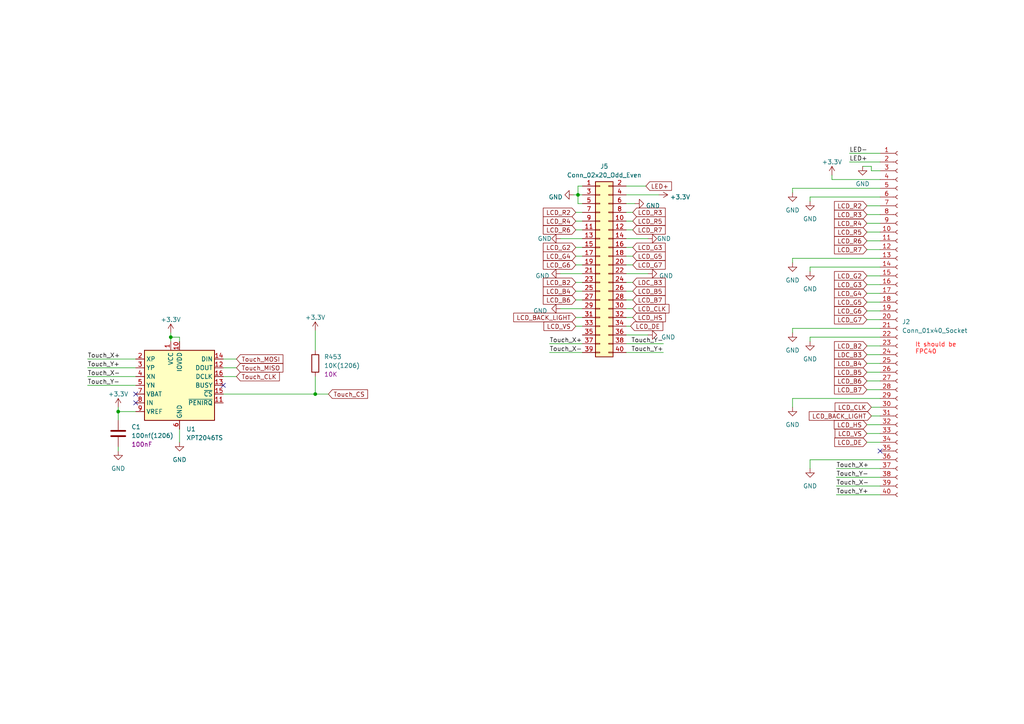
<source format=kicad_sch>
(kicad_sch (version 20230121) (generator eeschema)
  (paper "A4")
  (lib_symbols
    (symbol "Connector:Conn_01x40_Socket" (pin_names (offset 1.016) hide)
      (property "Reference" "J" (at 0 50.8 0))
      (property "Value" "Conn_01x40_Socket" (at 0 -53.34 0))
      (symbol "Conn_01x40_Socket_1_1"
        (arc (start 0 -50.292) (mid -0.5058 -50.8) (end 0 -51.308) (stroke (width 0.1524)))
        (arc (start 0 -47.752) (mid -0.5058 -48.26) (end 0 -48.768) (stroke (width 0.1524)))
        (arc (start 0 -45.212) (mid -0.5058 -45.72) (end 0 -46.228) (stroke (width 0.1524)))
        (arc (start 0 -42.672) (mid -0.5058 -43.18) (end 0 -43.688) (stroke (width 0.1524)))
        (arc (start 0 -40.132) (mid -0.5058 -40.64) (end 0 -41.148) (stroke (width 0.1524)))
        (arc (start 0 -37.592) (mid -0.5058 -38.1) (end 0 -38.608) (stroke (width 0.1524)))
        (arc (start 0 -35.052) (mid -0.5058 -35.56) (end 0 -36.068) (stroke (width 0.1524)))
        (arc (start 0 -32.512) (mid -0.5058 -33.02) (end 0 -33.528) (stroke (width 0.1524)))
        (arc (start 0 -29.972) (mid -0.5058 -30.48) (end 0 -30.988) (stroke (width 0.1524)))
        (arc (start 0 -27.432) (mid -0.5058 -27.94) (end 0 -28.448) (stroke (width 0.1524)))
        (arc (start 0 -24.892) (mid -0.5058 -25.4) (end 0 -25.908) (stroke (width 0.1524)))
        (arc (start 0 -22.352) (mid -0.5058 -22.86) (end 0 -23.368) (stroke (width 0.1524)))
        (arc (start 0 -19.812) (mid -0.5058 -20.32) (end 0 -20.828) (stroke (width 0.1524)))
        (arc (start 0 -17.272) (mid -0.5058 -17.78) (end 0 -18.288) (stroke (width 0.1524)))
        (arc (start 0 -14.732) (mid -0.5058 -15.24) (end 0 -15.748) (stroke (width 0.1524)))
        (arc (start 0 -12.192) (mid -0.5058 -12.7) (end 0 -13.208) (stroke (width 0.1524)))
        (arc (start 0 -9.652) (mid -0.5058 -10.16) (end 0 -10.668) (stroke (width 0.1524)))
        (arc (start 0 -7.112) (mid -0.5058 -7.62) (end 0 -8.128) (stroke (width 0.1524)))
        (arc (start 0 -4.572) (mid -0.5058 -5.08) (end 0 -5.588) (stroke (width 0.1524)))
        (arc (start 0 -2.032) (mid -0.5058 -2.54) (end 0 -3.048) (stroke (width 0.1524)))
        (polyline (pts (xy -1.27 -50.8) (xy -0.508 -50.8)) (stroke (width 0.1524)))
        (polyline (pts (xy -1.27 -48.26) (xy -0.508 -48.26)) (stroke (width 0.1524)))
        (polyline (pts (xy -1.27 -45.72) (xy -0.508 -45.72)) (stroke (width 0.1524)))
        (polyline (pts (xy -1.27 -43.18) (xy -0.508 -43.18)) (stroke (width 0.1524)))
        (polyline (pts (xy -1.27 -40.64) (xy -0.508 -40.64)) (stroke (width 0.1524)))
        (polyline (pts (xy -1.27 -38.1) (xy -0.508 -38.1)) (stroke (width 0.1524)))
        (polyline (pts (xy -1.27 -35.56) (xy -0.508 -35.56)) (stroke (width 0.1524)))
        (polyline (pts (xy -1.27 -33.02) (xy -0.508 -33.02)) (stroke (width 0.1524)))
        (polyline (pts (xy -1.27 -30.48) (xy -0.508 -30.48)) (stroke (width 0.1524)))
        (polyline (pts (xy -1.27 -27.94) (xy -0.508 -27.94)) (stroke (width 0.1524)))
        (polyline (pts (xy -1.27 -25.4) (xy -0.508 -25.4)) (stroke (width 0.1524)))
        (polyline (pts (xy -1.27 -22.86) (xy -0.508 -22.86)) (stroke (width 0.1524)))
        (polyline (pts (xy -1.27 -20.32) (xy -0.508 -20.32)) (stroke (width 0.1524)))
        (polyline (pts (xy -1.27 -17.78) (xy -0.508 -17.78)) (stroke (width 0.1524)))
        (polyline (pts (xy -1.27 -15.24) (xy -0.508 -15.24)) (stroke (width 0.1524)))
        (polyline (pts (xy -1.27 -12.7) (xy -0.508 -12.7)) (stroke (width 0.1524)))
        (polyline (pts (xy -1.27 -10.16) (xy -0.508 -10.16)) (stroke (width 0.1524)))
        (polyline (pts (xy -1.27 -7.62) (xy -0.508 -7.62)) (stroke (width 0.1524)))
        (polyline (pts (xy -1.27 -5.08) (xy -0.508 -5.08)) (stroke (width 0.1524)))
        (polyline (pts (xy -1.27 -2.54) (xy -0.508 -2.54)) (stroke (width 0.1524)))
        (polyline (pts (xy -1.27 0) (xy -0.508 0)) (stroke (width 0.1524)))
        (polyline (pts (xy -1.27 2.54) (xy -0.508 2.54)) (stroke (width 0.1524)))
        (polyline (pts (xy -1.27 5.08) (xy -0.508 5.08)) (stroke (width 0.1524)))
        (polyline (pts (xy -1.27 7.62) (xy -0.508 7.62)) (stroke (width 0.1524)))
        (polyline (pts (xy -1.27 10.16) (xy -0.508 10.16)) (stroke (width 0.1524)))
        (polyline (pts (xy -1.27 12.7) (xy -0.508 12.7)) (stroke (width 0.1524)))
        (polyline (pts (xy -1.27 15.24) (xy -0.508 15.24)) (stroke (width 0.1524)))
        (polyline (pts (xy -1.27 17.78) (xy -0.508 17.78)) (stroke (width 0.1524)))
        (polyline (pts (xy -1.27 20.32) (xy -0.508 20.32)) (stroke (width 0.1524)))
        (polyline (pts (xy -1.27 22.86) (xy -0.508 22.86)) (stroke (width 0.1524)))
        (polyline (pts (xy -1.27 25.4) (xy -0.508 25.4)) (stroke (width 0.1524)))
        (polyline (pts (xy -1.27 27.94) (xy -0.508 27.94)) (stroke (width 0.1524)))
        (polyline (pts (xy -1.27 30.48) (xy -0.508 30.48)) (stroke (width 0.1524)))
        (polyline (pts (xy -1.27 33.02) (xy -0.508 33.02)) (stroke (width 0.1524)))
        (polyline (pts (xy -1.27 35.56) (xy -0.508 35.56)) (stroke (width 0.1524)))
        (polyline (pts (xy -1.27 38.1) (xy -0.508 38.1)) (stroke (width 0.1524)))
        (polyline (pts (xy -1.27 40.64) (xy -0.508 40.64)) (stroke (width 0.1524)))
        (polyline (pts (xy -1.27 43.18) (xy -0.508 43.18)) (stroke (width 0.1524)))
        (polyline (pts (xy -1.27 45.72) (xy -0.508 45.72)) (stroke (width 0.1524)))
        (polyline (pts (xy -1.27 48.26) (xy -0.508 48.26)) (stroke (width 0.1524)))
        (arc (start 0 0.508) (mid -0.5058 0) (end 0 -0.508) (stroke (width 0.1524)))
        (arc (start 0 3.048) (mid -0.5058 2.54) (end 0 2.032) (stroke (width 0.1524)))
        (arc (start 0 5.588) (mid -0.5058 5.08) (end 0 4.572) (stroke (width 0.1524)))
        (arc (start 0 8.128) (mid -0.5058 7.62) (end 0 7.112) (stroke (width 0.1524)))
        (arc (start 0 10.668) (mid -0.5058 10.16) (end 0 9.652) (stroke (width 0.1524)))
        (arc (start 0 13.208) (mid -0.5058 12.7) (end 0 12.192) (stroke (width 0.1524)))
        (arc (start 0 15.748) (mid -0.5058 15.24) (end 0 14.732) (stroke (width 0.1524)))
        (arc (start 0 18.288) (mid -0.5058 17.78) (end 0 17.272) (stroke (width 0.1524)))
        (arc (start 0 20.828) (mid -0.5058 20.32) (end 0 19.812) (stroke (width 0.1524)))
        (arc (start 0 23.368) (mid -0.5058 22.86) (end 0 22.352) (stroke (width 0.1524)))
        (arc (start 0 25.908) (mid -0.5058 25.4) (end 0 24.892) (stroke (width 0.1524)))
        (arc (start 0 28.448) (mid -0.5058 27.94) (end 0 27.432) (stroke (width 0.1524)))
        (arc (start 0 30.988) (mid -0.5058 30.48) (end 0 29.972) (stroke (width 0.1524)))
        (arc (start 0 33.528) (mid -0.5058 33.02) (end 0 32.512) (stroke (width 0.1524)))
        (arc (start 0 36.068) (mid -0.5058 35.56) (end 0 35.052) (stroke (width 0.1524)))
        (arc (start 0 38.608) (mid -0.5058 38.1) (end 0 37.592) (stroke (width 0.1524)))
        (arc (start 0 41.148) (mid -0.5058 40.64) (end 0 40.132) (stroke (width 0.1524)))
        (arc (start 0 43.688) (mid -0.5058 43.18) (end 0 42.672) (stroke (width 0.1524)))
        (arc (start 0 46.228) (mid -0.5058 45.72) (end 0 45.212) (stroke (width 0.1524)))
        (arc (start 0 48.768) (mid -0.5058 48.26) (end 0 47.752) (stroke (width 0.1524)))
        (pin passive line (at -5.08 48.26 0) (length 3.81) (name "Pin_1") (number "1"))
        (pin passive line (at -5.08 25.4 0) (length 3.81) (name "Pin_10") (number "10"))
        (pin passive line (at -5.08 22.86 0) (length 3.81) (name "Pin_11") (number "11"))
        (pin passive line (at -5.08 20.32 0) (length 3.81) (name "Pin_12") (number "12"))
        (pin passive line (at -5.08 17.78 0) (length 3.81) (name "Pin_13") (number "13"))
        (pin passive line (at -5.08 15.24 0) (length 3.81) (name "Pin_14") (number "14"))
        (pin passive line (at -5.08 12.7 0) (length 3.81) (name "Pin_15") (number "15"))
        (pin passive line (at -5.08 10.16 0) (length 3.81) (name "Pin_16") (number "16"))
        (pin passive line (at -5.08 7.62 0) (length 3.81) (name "Pin_17") (number "17"))
        (pin passive line (at -5.08 5.08 0) (length 3.81) (name "Pin_18") (number "18"))
        (pin passive line (at -5.08 2.54 0) (length 3.81) (name "Pin_19") (number "19"))
        (pin passive line (at -5.08 45.72 0) (length 3.81) (name "Pin_2") (number "2"))
        (pin passive line (at -5.08 0 0) (length 3.81) (name "Pin_20") (number "20"))
        (pin passive line (at -5.08 -2.54 0) (length 3.81) (name "Pin_21") (number "21"))
        (pin passive line (at -5.08 -5.08 0) (length 3.81) (name "Pin_22") (number "22"))
        (pin passive line (at -5.08 -7.62 0) (length 3.81) (name "Pin_23") (number "23"))
        (pin passive line (at -5.08 -10.16 0) (length 3.81) (name "Pin_24") (number "24"))
        (pin passive line (at -5.08 -12.7 0) (length 3.81) (name "Pin_25") (number "25"))
        (pin passive line (at -5.08 -15.24 0) (length 3.81) (name "Pin_26") (number "26"))
        (pin passive line (at -5.08 -17.78 0) (length 3.81) (name "Pin_27") (number "27"))
        (pin passive line (at -5.08 -20.32 0) (length 3.81) (name "Pin_28") (number "28"))
        (pin passive line (at -5.08 -22.86 0) (length 3.81) (name "Pin_29") (number "29"))
        (pin passive line (at -5.08 43.18 0) (length 3.81) (name "Pin_3") (number "3"))
        (pin passive line (at -5.08 -25.4 0) (length 3.81) (name "Pin_30") (number "30"))
        (pin passive line (at -5.08 -27.94 0) (length 3.81) (name "Pin_31") (number "31"))
        (pin passive line (at -5.08 -30.48 0) (length 3.81) (name "Pin_32") (number "32"))
        (pin passive line (at -5.08 -33.02 0) (length 3.81) (name "Pin_33") (number "33"))
        (pin passive line (at -5.08 -35.56 0) (length 3.81) (name "Pin_34") (number "34"))
        (pin passive line (at -5.08 -38.1 0) (length 3.81) (name "Pin_35") (number "35"))
        (pin passive line (at -5.08 -40.64 0) (length 3.81) (name "Pin_36") (number "36"))
        (pin passive line (at -5.08 -43.18 0) (length 3.81) (name "Pin_37") (number "37"))
        (pin passive line (at -5.08 -45.72 0) (length 3.81) (name "Pin_38") (number "38"))
        (pin passive line (at -5.08 -48.26 0) (length 3.81) (name "Pin_39") (number "39"))
        (pin passive line (at -5.08 40.64 0) (length 3.81) (name "Pin_4") (number "4"))
        (pin passive line (at -5.08 -50.8 0) (length 3.81) (name "Pin_40") (number "40"))
        (pin passive line (at -5.08 38.1 0) (length 3.81) (name "Pin_5") (number "5"))
        (pin passive line (at -5.08 35.56 0) (length 3.81) (name "Pin_6") (number "6"))
        (pin passive line (at -5.08 33.02 0) (length 3.81) (name "Pin_7") (number "7"))
        (pin passive line (at -5.08 30.48 0) (length 3.81) (name "Pin_8") (number "8"))
        (pin passive line (at -5.08 27.94 0) (length 3.81) (name "Pin_9") (number "9"))
      )
    )
    (symbol "Connector_Generic:Conn_02x20_Odd_Even" (pin_names (offset 1.016) hide)
      (property "Reference" "J" (at 1.27 25.4 0))
      (property "Value" "Conn_02x20_Odd_Even" (at 1.27 -27.94 0))
      (symbol "Conn_02x20_Odd_Even_1_1"
        (rectangle (start -1.27 -25.273) (end 0 -25.527) (stroke (width 0.1524)))
        (rectangle (start -1.27 -22.733) (end 0 -22.987) (stroke (width 0.1524)))
        (rectangle (start -1.27 -20.193) (end 0 -20.447) (stroke (width 0.1524)))
        (rectangle (start -1.27 -17.653) (end 0 -17.907) (stroke (width 0.1524)))
        (rectangle (start -1.27 -15.113) (end 0 -15.367) (stroke (width 0.1524)))
        (rectangle (start -1.27 -12.573) (end 0 -12.827) (stroke (width 0.1524)))
        (rectangle (start -1.27 -10.033) (end 0 -10.287) (stroke (width 0.1524)))
        (rectangle (start -1.27 -7.493) (end 0 -7.747) (stroke (width 0.1524)))
        (rectangle (start -1.27 -4.953) (end 0 -5.207) (stroke (width 0.1524)))
        (rectangle (start -1.27 -2.413) (end 0 -2.667) (stroke (width 0.1524)))
        (rectangle (start -1.27 0.127) (end 0 -0.127) (stroke (width 0.1524)))
        (rectangle (start -1.27 2.667) (end 0 2.413) (stroke (width 0.1524)))
        (rectangle (start -1.27 5.207) (end 0 4.953) (stroke (width 0.1524)))
        (rectangle (start -1.27 7.747) (end 0 7.493) (stroke (width 0.1524)))
        (rectangle (start -1.27 10.287) (end 0 10.033) (stroke (width 0.1524)))
        (rectangle (start -1.27 12.827) (end 0 12.573) (stroke (width 0.1524)))
        (rectangle (start -1.27 15.367) (end 0 15.113) (stroke (width 0.1524)))
        (rectangle (start -1.27 17.907) (end 0 17.653) (stroke (width 0.1524)))
        (rectangle (start -1.27 20.447) (end 0 20.193) (stroke (width 0.1524)))
        (rectangle (start -1.27 22.987) (end 0 22.733) (stroke (width 0.1524)))
        (rectangle (start -1.27 24.13) (end 3.81 -26.67) (stroke (width 0.254)) (fill (type background)))
        (rectangle (start 3.81 -25.273) (end 2.54 -25.527) (stroke (width 0.1524)))
        (rectangle (start 3.81 -22.733) (end 2.54 -22.987) (stroke (width 0.1524)))
        (rectangle (start 3.81 -20.193) (end 2.54 -20.447) (stroke (width 0.1524)))
        (rectangle (start 3.81 -17.653) (end 2.54 -17.907) (stroke (width 0.1524)))
        (rectangle (start 3.81 -15.113) (end 2.54 -15.367) (stroke (width 0.1524)))
        (rectangle (start 3.81 -12.573) (end 2.54 -12.827) (stroke (width 0.1524)))
        (rectangle (start 3.81 -10.033) (end 2.54 -10.287) (stroke (width 0.1524)))
        (rectangle (start 3.81 -7.493) (end 2.54 -7.747) (stroke (width 0.1524)))
        (rectangle (start 3.81 -4.953) (end 2.54 -5.207) (stroke (width 0.1524)))
        (rectangle (start 3.81 -2.413) (end 2.54 -2.667) (stroke (width 0.1524)))
        (rectangle (start 3.81 0.127) (end 2.54 -0.127) (stroke (width 0.1524)))
        (rectangle (start 3.81 2.667) (end 2.54 2.413) (stroke (width 0.1524)))
        (rectangle (start 3.81 5.207) (end 2.54 4.953) (stroke (width 0.1524)))
        (rectangle (start 3.81 7.747) (end 2.54 7.493) (stroke (width 0.1524)))
        (rectangle (start 3.81 10.287) (end 2.54 10.033) (stroke (width 0.1524)))
        (rectangle (start 3.81 12.827) (end 2.54 12.573) (stroke (width 0.1524)))
        (rectangle (start 3.81 15.367) (end 2.54 15.113) (stroke (width 0.1524)))
        (rectangle (start 3.81 17.907) (end 2.54 17.653) (stroke (width 0.1524)))
        (rectangle (start 3.81 20.447) (end 2.54 20.193) (stroke (width 0.1524)))
        (rectangle (start 3.81 22.987) (end 2.54 22.733) (stroke (width 0.1524)))
        (pin passive line (at -5.08 22.86 0) (length 3.81) (name "Pin_1") (number "1"))
        (pin passive line (at 7.62 12.7 180) (length 3.81) (name "Pin_10") (number "10"))
        (pin passive line (at -5.08 10.16 0) (length 3.81) (name "Pin_11") (number "11"))
        (pin passive line (at 7.62 10.16 180) (length 3.81) (name "Pin_12") (number "12"))
        (pin passive line (at -5.08 7.62 0) (length 3.81) (name "Pin_13") (number "13"))
        (pin passive line (at 7.62 7.62 180) (length 3.81) (name "Pin_14") (number "14"))
        (pin passive line (at -5.08 5.08 0) (length 3.81) (name "Pin_15") (number "15"))
        (pin passive line (at 7.62 5.08 180) (length 3.81) (name "Pin_16") (number "16"))
        (pin passive line (at -5.08 2.54 0) (length 3.81) (name "Pin_17") (number "17"))
        (pin passive line (at 7.62 2.54 180) (length 3.81) (name "Pin_18") (number "18"))
        (pin passive line (at -5.08 0 0) (length 3.81) (name "Pin_19") (number "19"))
        (pin passive line (at 7.62 22.86 180) (length 3.81) (name "Pin_2") (number "2"))
        (pin passive line (at 7.62 0 180) (length 3.81) (name "Pin_20") (number "20"))
        (pin passive line (at -5.08 -2.54 0) (length 3.81) (name "Pin_21") (number "21"))
        (pin passive line (at 7.62 -2.54 180) (length 3.81) (name "Pin_22") (number "22"))
        (pin passive line (at -5.08 -5.08 0) (length 3.81) (name "Pin_23") (number "23"))
        (pin passive line (at 7.62 -5.08 180) (length 3.81) (name "Pin_24") (number "24"))
        (pin passive line (at -5.08 -7.62 0) (length 3.81) (name "Pin_25") (number "25"))
        (pin passive line (at 7.62 -7.62 180) (length 3.81) (name "Pin_26") (number "26"))
        (pin passive line (at -5.08 -10.16 0) (length 3.81) (name "Pin_27") (number "27"))
        (pin passive line (at 7.62 -10.16 180) (length 3.81) (name "Pin_28") (number "28"))
        (pin passive line (at -5.08 -12.7 0) (length 3.81) (name "Pin_29") (number "29"))
        (pin passive line (at -5.08 20.32 0) (length 3.81) (name "Pin_3") (number "3"))
        (pin passive line (at 7.62 -12.7 180) (length 3.81) (name "Pin_30") (number "30"))
        (pin passive line (at -5.08 -15.24 0) (length 3.81) (name "Pin_31") (number "31"))
        (pin passive line (at 7.62 -15.24 180) (length 3.81) (name "Pin_32") (number "32"))
        (pin passive line (at -5.08 -17.78 0) (length 3.81) (name "Pin_33") (number "33"))
        (pin passive line (at 7.62 -17.78 180) (length 3.81) (name "Pin_34") (number "34"))
        (pin passive line (at -5.08 -20.32 0) (length 3.81) (name "Pin_35") (number "35"))
        (pin passive line (at 7.62 -20.32 180) (length 3.81) (name "Pin_36") (number "36"))
        (pin passive line (at -5.08 -22.86 0) (length 3.81) (name "Pin_37") (number "37"))
        (pin passive line (at 7.62 -22.86 180) (length 3.81) (name "Pin_38") (number "38"))
        (pin passive line (at -5.08 -25.4 0) (length 3.81) (name "Pin_39") (number "39"))
        (pin passive line (at 7.62 20.32 180) (length 3.81) (name "Pin_4") (number "4"))
        (pin passive line (at 7.62 -25.4 180) (length 3.81) (name "Pin_40") (number "40"))
        (pin passive line (at -5.08 17.78 0) (length 3.81) (name "Pin_5") (number "5"))
        (pin passive line (at 7.62 17.78 180) (length 3.81) (name "Pin_6") (number "6"))
        (pin passive line (at -5.08 15.24 0) (length 3.81) (name "Pin_7") (number "7"))
        (pin passive line (at 7.62 15.24 180) (length 3.81) (name "Pin_8") (number "8"))
        (pin passive line (at -5.08 12.7 0) (length 3.81) (name "Pin_9") (number "9"))
      )
    )
    (symbol "MLC_K7:100nf(1206)" (pin_numbers hide) (pin_names (offset 0.254))
      (property "Reference" "C?" (at 0 0 0))
      (property "Value" "100nf(1206)" (at 0 0 0))
      (property "Main Value" "100nF" (at 0 0 0))
      (symbol "100nf(1206)_0_1"
        (polyline (pts (xy -2.032 -0.762) (xy 2.032 -0.762)) (stroke (width 0.508)))
        (polyline (pts (xy -2.032 0.762) (xy 2.032 0.762)) (stroke (width 0.508)))
      )
      (symbol "100nf(1206)_1_1"
        (pin passive line (at 0 3.81 270) (length 2.794) (name "~") (number "1"))
        (pin passive line (at 0 -3.81 90) (length 2.794) (name "~") (number "2"))
      )
    )
    (symbol "MLC_K7:10K(1206)" (pin_numbers hide) (pin_names (offset 0))
      (property "Reference" "R?" (at 0 0 0))
      (property "Value" "10K(1206)" (at 0 0 0))
      (property "Main Value" "10K" (at 0 0 0))
      (symbol "10K(1206)_0_1"
        (rectangle (start -1.016 -2.54) (end 1.016 2.54) (stroke (width 0.254)))
      )
      (symbol "10K(1206)_1_1"
        (pin passive line (at 0 3.81 270) (length 1.27) (name "~") (number "1"))
        (pin passive line (at 0 -3.81 90) (length 1.27) (name "~") (number "2"))
      )
    )
    (symbol "MLC_K7:XPT2046TS"
      (property "Reference" "U1" (at 1.9559 -12.7 0))
      (property "Value" "XPT2046TS" (at 1.9559 -15.24 0))
      (symbol "XPT2046TS_0_1"
        (rectangle (start -10.16 10.16) (end 10.16 -10.16) (stroke (width 0.254)) (fill (type background)))
      )
      (symbol "XPT2046TS_1_1"
        (pin power_in line (at -2.54 12.7 270) (length 2.54) (name "VCC") (number "1"))
        (pin power_in line (at 0 12.7 270) (length 2.54) (name "IOVDD") (number "10"))
        (pin open_collector line (at 12.7 -5.08 180) (length 2.54) (name "~{PENIRQ}") (number "11"))
        (pin output line (at 12.7 5.08 180) (length 2.54) (name "DOUT") (number "12"))
        (pin output line (at 12.7 0 180) (length 2.54) (name "BUSY") (number "13"))
        (pin input line (at 12.7 7.62 180) (length 2.54) (name "DIN") (number "14"))
        (pin input line (at 12.7 -2.54 180) (length 2.54) (name "~{CS}") (number "15"))
        (pin input line (at 12.7 2.54 180) (length 2.54) (name "DCLK") (number "16"))
        (pin input line (at -12.7 7.62 0) (length 2.54) (name "XP") (number "2"))
        (pin input line (at -12.7 5.08 0) (length 2.54) (name "YP") (number "3"))
        (pin input line (at -12.7 2.54 0) (length 2.54) (name "XN") (number "4"))
        (pin input line (at -12.7 0 0) (length 2.54) (name "YN") (number "5"))
        (pin power_in line (at 0 -12.7 90) (length 2.54) (name "GND") (number "6"))
        (pin power_in line (at -12.7 -2.54 0) (length 2.54) (name "VBAT") (number "7"))
        (pin input line (at -12.7 -5.08 0) (length 2.54) (name "IN") (number "8"))
        (pin bidirectional line (at -12.7 -7.62 0) (length 2.54) (name "VREF") (number "9"))
      )
    )
    (symbol "power:+3.3V" (power) (pin_names (offset 0))
      (property "Value" "+3.3V" (at 0 3.556 0))
      (symbol "+3.3V_0_1"
        (polyline (pts (xy -0.762 1.27) (xy 0 2.54)))
        (polyline (pts (xy 0 0) (xy 0 2.54)))
        (polyline (pts (xy 0 2.54) (xy 0.762 1.27)))
      )
      (symbol "+3.3V_1_1"
        (pin power_in line (at 0 0 90) (length 0) hide (name "+3.3V") (number "1"))
      )
    )
    (symbol "power:GND" (power) (pin_names (offset 0))
      (property "Value" "GND" (at 0 -3.81 0))
      (symbol "GND_0_1"
        (polyline (pts (xy 0 0) (xy 0 -1.27) (xy 1.27 -1.27) (xy 0 -2.54) (xy -1.27 -1.27) (xy 0 -1.27)))
      )
      (symbol "GND_1_1"
        (pin power_in line (at 0 0 270) (length 0) hide (name "GND") (number "1"))
      )
    )
  )
  (junction (at 91.44 114.3))
  (junction (at 34.29 119.38))
  (junction (at 167.64 56.515))
  (junction (at 49.53 97.79))
  (no_connect (at 64.77 111.76))
  (no_connect (at 39.37 116.84))
  (no_connect (at 255.27 130.81))
  (no_connect (at 39.37 114.3))
  (wire (pts (xy 181.61 76.835) (xy 183.515 76.835)))
  (wire (pts (xy 255.27 74.93) (xy 229.87 74.93)))
  (wire (pts (xy 167.005 71.755) (xy 168.91 71.755)))
  (wire (pts (xy 167.64 53.975) (xy 167.64 56.515)))
  (wire (pts (xy 251.46 128.27) (xy 255.27 128.27)))
  (wire (pts (xy 255.27 95.25) (xy 229.87 95.25)))
  (wire (pts (xy 181.61 92.075) (xy 183.515 92.075)))
  (wire (pts (xy 181.61 59.055) (xy 184.15 59.055)))
  (wire (pts (xy 234.95 97.79) (xy 234.95 99.06)))
  (wire (pts (xy 251.46 85.09) (xy 255.27 85.09)))
  (wire (pts (xy 166.37 56.515) (xy 167.64 56.515)))
  (wire (pts (xy 25.4 104.14) (xy 39.37 104.14)))
  (wire (pts (xy 229.87 54.61) (xy 229.87 55.88)))
  (wire (pts (xy 242.57 140.97) (xy 255.27 140.97)))
  (wire (pts (xy 64.77 114.3) (xy 91.44 114.3)))
  (wire (pts (xy 251.46 80.01) (xy 255.27 80.01)))
  (wire (pts (xy 168.91 59.055) (xy 167.64 59.055)))
  (wire (pts (xy 181.61 97.155) (xy 187.96 97.155)))
  (wire (pts (xy 255.27 54.61) (xy 229.87 54.61)))
  (wire (pts (xy 162.56 89.535) (xy 168.91 89.535)))
  (wire (pts (xy 242.57 143.51) (xy 255.27 143.51)))
  (wire (pts (xy 246.38 46.99) (xy 255.27 46.99)))
  (wire (pts (xy 234.95 77.47) (xy 234.95 78.74)))
  (wire (pts (xy 91.44 114.3) (xy 95.25 114.3)))
  (wire (pts (xy 181.61 99.695) (xy 192.405 99.695)))
  (wire (pts (xy 49.53 96.52) (xy 49.53 97.79)))
  (wire (pts (xy 167.005 74.295) (xy 168.91 74.295)))
  (wire (pts (xy 255.27 97.79) (xy 234.95 97.79)))
  (wire (pts (xy 52.07 124.46) (xy 52.07 128.27)))
  (wire (pts (xy 167.64 53.975) (xy 168.91 53.975)))
  (wire (pts (xy 229.87 95.25) (xy 229.87 96.52)))
  (wire (pts (xy 251.46 87.63) (xy 255.27 87.63)))
  (wire (pts (xy 167.005 76.835) (xy 168.91 76.835)))
  (wire (pts (xy 251.46 110.49) (xy 255.27 110.49)))
  (wire (pts (xy 181.61 71.755) (xy 183.515 71.755)))
  (wire (pts (xy 181.61 56.515) (xy 191.135 56.515)))
  (wire (pts (xy 167.005 66.675) (xy 168.91 66.675)))
  (wire (pts (xy 167.005 84.455) (xy 168.91 84.455)))
  (wire (pts (xy 251.46 59.69) (xy 255.27 59.69)))
  (wire (pts (xy 251.46 107.95) (xy 255.27 107.95)))
  (wire (pts (xy 25.4 109.22) (xy 39.37 109.22)))
  (wire (pts (xy 181.61 69.215) (xy 187.96 69.215)))
  (wire (pts (xy 181.61 74.295) (xy 183.515 74.295)))
  (wire (pts (xy 255.27 52.07) (xy 241.3 52.07)))
  (wire (pts (xy 167.64 59.055) (xy 167.64 56.515)))
  (wire (pts (xy 34.29 119.38) (xy 39.37 119.38)))
  (wire (pts (xy 251.46 123.19) (xy 255.27 123.19)))
  (wire (pts (xy 252.73 118.11) (xy 255.27 118.11)))
  (wire (pts (xy 251.46 92.71) (xy 255.27 92.71)))
  (wire (pts (xy 181.61 86.995) (xy 183.515 86.995)))
  (wire (pts (xy 181.61 79.375) (xy 187.96 79.375)))
  (wire (pts (xy 181.61 61.595) (xy 183.515 61.595)))
  (wire (pts (xy 25.4 111.76) (xy 39.37 111.76)))
  (wire (pts (xy 251.46 113.03) (xy 255.27 113.03)))
  (wire (pts (xy 181.61 66.675) (xy 183.515 66.675)))
  (wire (pts (xy 181.61 64.135) (xy 183.515 64.135)))
  (wire (pts (xy 246.38 44.45) (xy 255.27 44.45)))
  (wire (pts (xy 181.61 102.235) (xy 192.405 102.235)))
  (wire (pts (xy 251.46 67.31) (xy 255.27 67.31)))
  (wire (pts (xy 162.56 69.215) (xy 168.91 69.215)))
  (wire (pts (xy 181.61 89.535) (xy 183.515 89.535)))
  (wire (pts (xy 181.61 94.615) (xy 182.88 94.615)))
  (wire (pts (xy 251.46 82.55) (xy 255.27 82.55)))
  (wire (pts (xy 252.73 48.26) (xy 252.73 49.53)))
  (wire (pts (xy 64.77 109.22) (xy 68.58 109.22)))
  (wire (pts (xy 167.005 81.915) (xy 168.91 81.915)))
  (wire (pts (xy 242.57 135.89) (xy 255.27 135.89)))
  (wire (pts (xy 251.46 64.77) (xy 255.27 64.77)))
  (wire (pts (xy 34.29 118.11) (xy 34.29 119.38)))
  (wire (pts (xy 251.46 62.23) (xy 255.27 62.23)))
  (wire (pts (xy 167.005 94.615) (xy 168.91 94.615)))
  (wire (pts (xy 159.385 99.695) (xy 168.91 99.695)))
  (wire (pts (xy 251.46 100.33) (xy 255.27 100.33)))
  (wire (pts (xy 251.46 72.39) (xy 255.27 72.39)))
  (wire (pts (xy 252.73 120.65) (xy 255.27 120.65)))
  (wire (pts (xy 162.56 79.375) (xy 168.91 79.375)))
  (wire (pts (xy 229.87 115.57) (xy 229.87 118.11)))
  (wire (pts (xy 251.46 90.17) (xy 255.27 90.17)))
  (wire (pts (xy 181.61 81.915) (xy 183.515 81.915)))
  (wire (pts (xy 159.385 102.235) (xy 168.91 102.235)))
  (wire (pts (xy 91.44 109.22) (xy 91.44 114.3)))
  (wire (pts (xy 34.29 129.54) (xy 34.29 130.81)))
  (wire (pts (xy 167.005 61.595) (xy 168.91 61.595)))
  (wire (pts (xy 234.95 133.35) (xy 255.27 133.35)))
  (wire (pts (xy 167.005 92.075) (xy 168.91 92.075)))
  (wire (pts (xy 234.95 133.35) (xy 234.95 135.89)))
  (wire (pts (xy 242.57 138.43) (xy 255.27 138.43)))
  (wire (pts (xy 251.46 69.85) (xy 255.27 69.85)))
  (wire (pts (xy 241.3 52.07) (xy 241.3 50.8)))
  (wire (pts (xy 64.77 104.14) (xy 68.58 104.14)))
  (wire (pts (xy 25.4 106.68) (xy 39.37 106.68)))
  (wire (pts (xy 64.77 106.68) (xy 68.58 106.68)))
  (wire (pts (xy 49.53 97.79) (xy 49.53 99.06)))
  (wire (pts (xy 52.07 99.06) (xy 52.07 97.79)))
  (wire (pts (xy 167.005 64.135) (xy 168.91 64.135)))
  (wire (pts (xy 234.95 57.15) (xy 234.95 58.42)))
  (wire (pts (xy 255.27 57.15) (xy 234.95 57.15)))
  (wire (pts (xy 250.19 48.26) (xy 252.73 48.26)))
  (wire (pts (xy 252.73 49.53) (xy 255.27 49.53)))
  (wire (pts (xy 34.29 119.38) (xy 34.29 121.92)))
  (wire (pts (xy 52.07 97.79) (xy 49.53 97.79)))
  (wire (pts (xy 167.005 86.995) (xy 168.91 86.995)))
  (wire (pts (xy 251.46 102.87) (xy 255.27 102.87)))
  (wire (pts (xy 255.27 115.57) (xy 229.87 115.57)))
  (wire (pts (xy 167.64 56.515) (xy 168.91 56.515)))
  (wire (pts (xy 255.27 77.47) (xy 234.95 77.47)))
  (wire (pts (xy 181.61 53.975) (xy 187.325 53.975)))
  (wire (pts (xy 251.46 105.41) (xy 255.27 105.41)))
  (wire (pts (xy 181.61 84.455) (xy 183.515 84.455)))
  (wire (pts (xy 251.46 125.73) (xy 255.27 125.73)))
  (wire (pts (xy 229.87 74.93) (xy 229.87 76.2)))
  (wire (pts (xy 91.44 95.885) (xy 91.44 101.6)))
  (text "It should be \nFPC40\n" (at 265.43 102.87 0) (effects (font (size 1.27 1.27)) (justify left bottom)))
  (label "Touch_Y+" (at 242.57 143.51 0))
  (label "Touch_X+" (at 25.4 104.14 0))
  (label "Touch_Y-" (at 192.405 99.695 180))
  (label "LED+" (at 246.38 46.99 0))
  (label "Touch_Y+" (at 192.405 102.235 180))
  (label "Touch_X-" (at 25.4 109.22 0))
  (label "Touch_Y+" (at 25.4 106.68 0))
  (label "Touch_Y-" (at 242.57 138.43 0))
  (label "Touch_Y-" (at 25.4 111.76 0))
  (label "Touch_X+" (at 159.385 99.695 0))
  (label "LED-" (at 246.38 44.45 0))
  (label "Touch_X-" (at 242.57 140.97 0))
  (label "Touch_X-" (at 159.385 102.235 0))
  (label "Touch_X+" (at 242.57 135.89 0))
  (global_label "LDC_B3" (shape input) (at 251.46 102.87 180) (property "Intersheetrefs" "${INTERSHEET_REFS}" (effects hide)))
  (global_label "LCD_R7" (shape input) (at 183.515 66.675 0) (property "Intersheetrefs" "${INTERSHEET_REFS}" (effects hide)))
  (global_label "LCD_CLK" (shape input) (at 183.515 89.535 0) (property "Intersheetrefs" "${INTERSHEET_REFS}" (effects hide)))
  (global_label "LCD_HS" (shape input) (at 183.515 92.075 0) (property "Intersheetrefs" "${INTERSHEET_REFS}" (effects hide)))
  (global_label "LCD_B2" (shape input) (at 167.005 81.915 180) (property "Intersheetrefs" "${INTERSHEET_REFS}" (effects hide)))
  (global_label "LCD_R2" (shape input) (at 167.005 61.595 180) (property "Intersheetrefs" "${INTERSHEET_REFS}" (effects hide)))
  (global_label "Touch_CS" (shape input) (at 95.25 114.3 0) (property "Intersheetrefs" "${INTERSHEET_REFS}" (effects hide)))
  (global_label "LCD_R6" (shape input) (at 167.005 66.675 180) (property "Intersheetrefs" "${INTERSHEET_REFS}" (effects hide)))
  (global_label "LED+" (shape input) (at 187.325 53.975 0) (property "Intersheetrefs" "${INTERSHEET_REFS}" (effects hide)))
  (global_label "LCD_G6" (shape input) (at 251.46 90.17 180) (property "Intersheetrefs" "${INTERSHEET_REFS}" (effects hide)))
  (global_label "LCD_G2" (shape input) (at 251.46 80.01 180) (property "Intersheetrefs" "${INTERSHEET_REFS}" (effects hide)))
  (global_label "LCD_B4" (shape input) (at 251.46 105.41 180) (property "Intersheetrefs" "${INTERSHEET_REFS}" (effects hide)))
  (global_label "LCD_VS" (shape input) (at 167.005 94.615 180) (property "Intersheetrefs" "${INTERSHEET_REFS}" (effects hide)))
  (global_label "Touch_CLK" (shape input) (at 68.58 109.22 0) (property "Intersheetrefs" "${INTERSHEET_REFS}" (effects hide)))
  (global_label "LCD_B2" (shape input) (at 251.46 100.33 180) (property "Intersheetrefs" "${INTERSHEET_REFS}" (effects hide)))
  (global_label "LCD_B6" (shape input) (at 167.005 86.995 180) (property "Intersheetrefs" "${INTERSHEET_REFS}" (effects hide)))
  (global_label "LCD_R4" (shape input) (at 167.005 64.135 180) (property "Intersheetrefs" "${INTERSHEET_REFS}" (effects hide)))
  (global_label "LCD_B4" (shape input) (at 167.005 84.455 180) (property "Intersheetrefs" "${INTERSHEET_REFS}" (effects hide)))
  (global_label "LCD_G4" (shape input) (at 167.005 74.295 180) (property "Intersheetrefs" "${INTERSHEET_REFS}" (effects hide)))
  (global_label "LCD_G7" (shape input) (at 183.515 76.835 0) (property "Intersheetrefs" "${INTERSHEET_REFS}" (effects hide)))
  (global_label "Touch_MISO" (shape input) (at 68.58 106.68 0) (property "Intersheetrefs" "${INTERSHEET_REFS}" (effects hide)))
  (global_label "LCD_B6" (shape input) (at 251.46 110.49 180) (property "Intersheetrefs" "${INTERSHEET_REFS}" (effects hide)))
  (global_label "LCD_G4" (shape input) (at 251.46 85.09 180) (property "Intersheetrefs" "${INTERSHEET_REFS}" (effects hide)))
  (global_label "LCD_R3" (shape input) (at 183.515 61.595 0) (property "Intersheetrefs" "${INTERSHEET_REFS}" (effects hide)))
  (global_label "LCD_G2" (shape input) (at 167.005 71.755 180) (property "Intersheetrefs" "${INTERSHEET_REFS}" (effects hide)))
  (global_label "LCD_R7" (shape input) (at 251.46 72.39 180) (property "Intersheetrefs" "${INTERSHEET_REFS}" (effects hide)))
  (global_label "LCD_B5" (shape input) (at 251.46 107.95 180) (property "Intersheetrefs" "${INTERSHEET_REFS}" (effects hide)))
  (global_label "LCD_BACK_LIGHT" (shape input) (at 252.73 120.65 180) (property "Intersheetrefs" "${INTERSHEET_REFS}" (effects hide)))
  (global_label "LCD_G3" (shape input) (at 251.46 82.55 180) (property "Intersheetrefs" "${INTERSHEET_REFS}" (effects hide)))
  (global_label "LCD_G7" (shape input) (at 251.46 92.71 180) (property "Intersheetrefs" "${INTERSHEET_REFS}" (effects hide)))
  (global_label "LCD_HS" (shape input) (at 251.46 123.19 180) (property "Intersheetrefs" "${INTERSHEET_REFS}" (effects hide)))
  (global_label "LCD_B7" (shape input) (at 183.515 86.995 0) (property "Intersheetrefs" "${INTERSHEET_REFS}" (effects hide)))
  (global_label "LCD_DE" (shape input) (at 251.46 128.27 180) (property "Intersheetrefs" "${INTERSHEET_REFS}" (effects hide)))
  (global_label "LCD_G5" (shape input) (at 251.46 87.63 180) (property "Intersheetrefs" "${INTERSHEET_REFS}" (effects hide)))
  (global_label "LDC_B3" (shape input) (at 183.515 81.915 0) (property "Intersheetrefs" "${INTERSHEET_REFS}" (effects hide)))
  (global_label "LCD_R3" (shape input) (at 251.46 62.23 180) (property "Intersheetrefs" "${INTERSHEET_REFS}" (effects hide)))
  (global_label "LCD_DE" (shape input) (at 182.88 94.615 0) (property "Intersheetrefs" "${INTERSHEET_REFS}" (effects hide)))
  (global_label "LCD_G3" (shape input) (at 183.515 71.755 0) (property "Intersheetrefs" "${INTERSHEET_REFS}" (effects hide)))
  (global_label "LCD_G5" (shape input) (at 183.515 74.295 0) (property "Intersheetrefs" "${INTERSHEET_REFS}" (effects hide)))
  (global_label "LCD_R5" (shape input) (at 251.46 67.31 180) (property "Intersheetrefs" "${INTERSHEET_REFS}" (effects hide)))
  (global_label "LCD_B7" (shape input) (at 251.46 113.03 180) (property "Intersheetrefs" "${INTERSHEET_REFS}" (effects hide)))
  (global_label "Touch_MOSI" (shape input) (at 68.58 104.14 0) (property "Intersheetrefs" "${INTERSHEET_REFS}" (effects hide)))
  (global_label "LCD_BACK_LIGHT" (shape input) (at 167.005 92.075 180) (property "Intersheetrefs" "${INTERSHEET_REFS}" (effects hide)))
  (global_label "LCD_VS" (shape input) (at 251.46 125.73 180) (property "Intersheetrefs" "${INTERSHEET_REFS}" (effects hide)))
  (global_label "LCD_B5" (shape input) (at 183.515 84.455 0) (property "Intersheetrefs" "${INTERSHEET_REFS}" (effects hide)))
  (global_label "LCD_R2" (shape input) (at 251.46 59.69 180) (property "Intersheetrefs" "${INTERSHEET_REFS}" (effects hide)))
  (global_label "LCD_G6" (shape input) (at 167.005 76.835 180) (property "Intersheetrefs" "${INTERSHEET_REFS}" (effects hide)))
  (global_label "LCD_CLK" (shape input) (at 252.73 118.11 180) (property "Intersheetrefs" "${INTERSHEET_REFS}" (effects hide)))
  (global_label "LCD_R4" (shape input) (at 251.46 64.77 180) (property "Intersheetrefs" "${INTERSHEET_REFS}" (effects hide)))
  (global_label "LCD_R6" (shape input) (at 251.46 69.85 180) (property "Intersheetrefs" "${INTERSHEET_REFS}" (effects hide)))
  (global_label "LCD_R5" (shape input) (at 183.515 64.135 0) (property "Intersheetrefs" "${INTERSHEET_REFS}" (effects hide)))
  (symbol (lib_id "power:GND") (at 34.29 130.81 0) (unit 1)
    (property "Reference" "#PWR02" (effects hide))
    (property "Value" "GND" (at 34.29 135.89 0))
  )
  (symbol (lib_id "power:GND") (at 187.96 69.215 90) (unit 1)
    (property "Reference" "#PWR0359" (effects hide))
    (property "Value" "GND" (at 190.5 69.215 90) (effects (justify right)))
  )
  (symbol (lib_id "power:GND") (at 229.87 55.88 0) (unit 1)
    (property "Reference" "#PWR05" (effects hide))
    (property "Value" "GND" (at 229.87 60.96 0))
  )
  (symbol (lib_id "power:GND") (at 234.95 78.74 0) (unit 1)
    (property "Reference" "#PWR010" (effects hide))
    (property "Value" "GND" (at 234.95 83.82 0))
  )
  (symbol (lib_id "power:GND") (at 162.56 69.215 270) (unit 1)
    (property "Reference" "#PWR0358" (effects hide))
    (property "Value" "GND" (at 160.02 69.215 90) (effects (justify right)))
  )
  (symbol (lib_id "power:GND") (at 234.95 99.06 0) (unit 1)
    (property "Reference" "#PWR011" (effects hide))
    (property "Value" "GND" (at 234.95 104.14 0))
  )
  (symbol (lib_id "power:GND") (at 52.07 128.27 0) (unit 1)
    (property "Reference" "#PWR04" (effects hide))
    (property "Value" "GND" (at 52.07 133.35 0))
  )
  (symbol (lib_id "power:GND") (at 234.95 135.89 0) (unit 1)
    (property "Reference" "#PWR012" (effects hide))
    (property "Value" "GND" (at 234.95 140.97 0))
  )
  (symbol (lib_id "power:GND") (at 229.87 76.2 0) (unit 1)
    (property "Reference" "#PWR06" (effects hide))
    (property "Value" "GND" (at 229.87 81.28 0))
  )
  (symbol (lib_id "power:+3.3V") (at 49.53 96.52 0) (unit 1)
    (property "Reference" "#PWR03" (effects hide))
    (property "Value" "+3.3V" (at 49.53 92.71 0))
  )
  (symbol (lib_id "power:GND") (at 234.95 58.42 0) (unit 1)
    (property "Reference" "#PWR09" (effects hide))
    (property "Value" "GND" (at 234.95 63.5 0))
  )
  (symbol (lib_id "power:GND") (at 250.19 48.26 0) (unit 1)
    (property "Reference" "#PWR014" (effects hide))
    (property "Value" "GND" (at 250.19 53.34 0))
  )
  (symbol (lib_id "power:GND") (at 162.56 79.375 270) (unit 1)
    (property "Reference" "#PWR0360" (effects hide))
    (property "Value" "GND" (at 159.385 80.01 90) (effects (justify right)))
  )
  (symbol (lib_id "power:+3.3V") (at 91.44 95.885 0) (unit 1)
    (property "Reference" "#PWR0385" (effects hide))
    (property "Value" "+3.3V" (at 91.44 92.075 0))
  )
  (symbol (lib_id "power:+3.3V") (at 191.135 56.515 270) (unit 1)
    (property "Reference" "#PWR0356" (effects hide))
    (property "Value" "+3.3V" (at 194.31 57.15 90) (effects (justify left)))
  )
  (symbol (lib_id "power:GND") (at 187.96 79.375 90) (unit 1)
    (property "Reference" "#PWR0361" (effects hide))
    (property "Value" "GND" (at 191.135 80.01 90) (effects (justify right)))
  )
  (symbol (lib_id "power:GND") (at 187.96 97.155 90) (unit 1)
    (property "Reference" "#PWR0363" (effects hide))
    (property "Value" "GND" (at 191.77 97.79 90) (effects (justify right)))
  )
  (symbol (lib_id "Connector_Generic:Conn_02x20_Odd_Even") (at 173.99 76.835 0) (unit 1)
    (property "Reference" "J5" (at 175.26 48.26 0))
    (property "Value" "Conn_02x20_Odd_Even" (at 175.26 50.8 0))
    (property "Footprint" "Connector_PinHeader_2.54mm:PinHeader_2x20_P2.54mm_Vertical" (effects hide))
  )
  (symbol (lib_id "Connector:Conn_01x40_Socket") (at 260.35 92.71 0) (unit 1) (in_bom no) (on_board no)
    (property "Reference" "J2" (at 261.62 93.345 0) (effects (justify left)))
    (property "Value" "Conn_01x40_Socket" (at 261.62 95.885 0) (effects (justify left)))
    (property "Footprint" "Connector_FFC-FPC:Hirose_FH12-40S-0.5SH_1x40-1MP_P0.50mm_Horizontal" (effects hide))
    (property "Sim.Enable" "0" (effects hide))
    (instances (project "tester" (path "" (reference "J2") (unit 1)) (path "" (reference "J1") (unit 1))))
  )
  (symbol (lib_id "power:+3.3V") (at 34.29 118.11 0) (unit 1)
    (property "Reference" "#PWR01" (effects hide))
    (property "Value" "+3.3V" (at 34.29 114.3 0))
  )
  (symbol (lib_id "MLC_K7:100nf(1206)") (at 34.29 125.73 0) (unit 1)
    (property "Reference" "C1" (at 38.1 123.825 0) (effects (justify left)))
    (property "Value" "100nf(1206)" (at 38.1 126.365 0) (effects (justify left)))
    (property "Footprint" "Capacitor_SMD:C_1206_3216Metric_Pad1.33x1.80mm_HandSolder" (effects hide))
    (property "Datasheet" "${KIGIT}/Datasheets/mlcc_automotive_soft_en.pdf" (effects hide))
    (property "MLC Code" "MLCEL12237392" (effects hide))
    (property "Manufacturer" "TDK" (effects hide))
    (property "MPN" "CGA5L2X7R2A104K160AE" (effects hide))
    (property "Main Value" "100nF" (at 38.1 128.905 0) (effects (justify left)))
  )
  (symbol (lib_id "power:GND") (at 229.87 118.11 0) (unit 1)
    (property "Reference" "#PWR08" (effects hide))
    (property "Value" "GND" (at 229.87 123.19 0))
  )
  (symbol (lib_id "power:GND") (at 162.56 89.535 270) (unit 1)
    (property "Reference" "#PWR0362" (effects hide))
    (property "Value" "GND" (at 158.75 90.17 90) (effects (justify right)))
  )
  (symbol (lib_id "power:GND") (at 184.15 59.055 90) (unit 1)
    (property "Reference" "#PWR0357" (effects hide))
    (property "Value" "GND" (at 187.325 59.69 90) (effects (justify right)))
  )
  (symbol (lib_id "power:GND") (at 229.87 96.52 0) (unit 1)
    (property "Reference" "#PWR07" (effects hide))
    (property "Value" "GND" (at 229.87 101.6 0))
  )
  (symbol (lib_id "MLC_K7:10K(1206)") (at 91.44 105.41 0) (unit 1)
    (property "Reference" "R453" (at 93.98 103.505 0) (effects (justify left)))
    (property "Value" "10K(1206)" (at 93.98 106.045 0) (effects (justify left)))
    (property "Footprint" "Resistor_SMD:R_1206_3216Metric_Pad1.30x1.75mm_HandSolder" (effects hide))
    (property "Datasheet" "${KIGIT}/Datasheets/RN73R-1840156.pdf" (effects hide))
    (property "MLC Code" "MLCEL12237631" (effects hide))
    (property "Manufacturer" "KOA Speer Electronics, Inc." (effects hide))
    (property "MPN" "RN73R2BTTD1002F25" (effects hide))
    (property "Main Value" "10K" (at 93.98 108.585 0) (effects (justify left)))
    (property "Alternative" "RC1206FR-0710KL (YAGEO)" (effects hide))
  )
  (symbol (lib_id "power:GND") (at 166.37 56.515 270) (unit 1)
    (property "Reference" "#PWR0352" (effects hide))
    (property "Value" "GND" (at 163.195 57.15 90) (effects (justify right)))
  )
  (symbol (lib_id "MLC_K7:XPT2046TS") (at 52.07 111.76 0) (unit 1)
    (property "Reference" "U1" (at 54.0259 124.46 0) (effects (justify left)))
    (property "Value" "XPT2046TS" (at 54.0259 127 0) (effects (justify left)))
    (property "Footprint" "Package_SO:TSSOP-16_4.4x5mm_P0.65mm" (effects hide))
    (property "Datasheet" "http://www.xptek.cn/uploadfile/download/201707171401161883.pdf" (effects hide))
    (property "MLC Code" "MLCEL12240169" (effects hide))
    (property "Manufacturer" "Grobotonics" (effects hide))
    (property "MPN" "XPT2046TS" (effects hide))
    (property "Main Value" "XPT2046" (effects hide))
  )
  (symbol (lib_id "power:+3.3V") (at 241.3 50.8 0) (unit 1)
    (property "Reference" "#PWR013" (effects hide))
    (property "Value" "+3.3V" (at 241.3 46.99 0))
  )
)
</source>
